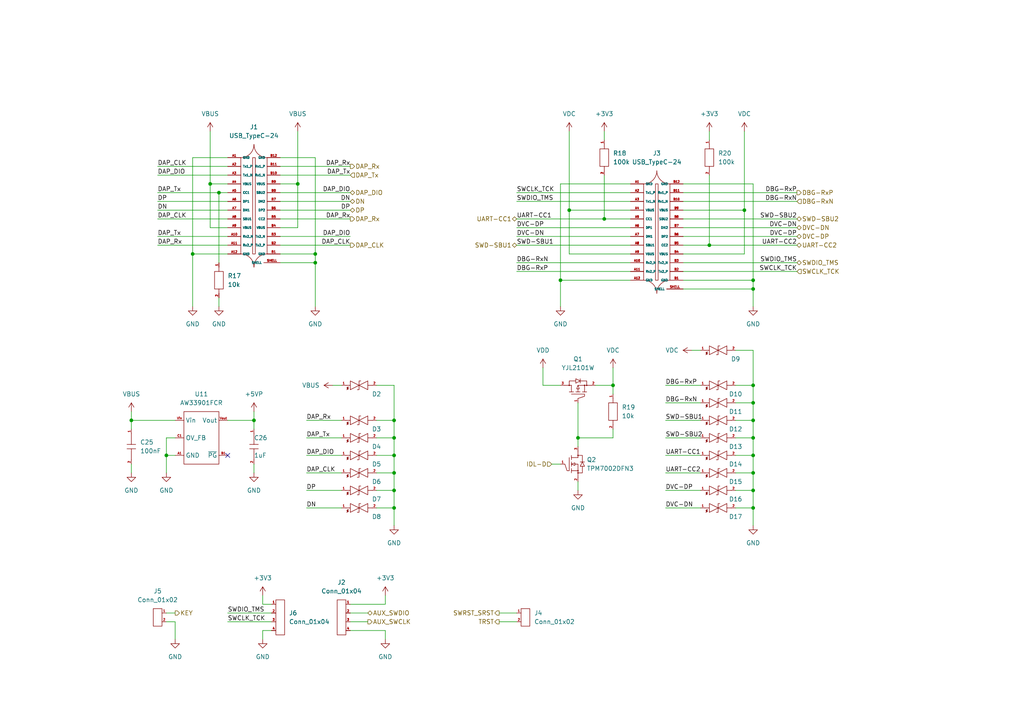
<source format=kicad_sch>
(kicad_sch (version 20211123) (generator eeschema)
  (paper "A4")
  (lib_symbols
    (symbol "001_Basic_PassiveComponents:001_Resistor" (pin_names (offset 1.016))
      (property "Reference" "R" (at -4.445 -2.54 0))
      (property "Value" "001_Resistor" (at 0 2.54 0))
      (symbol "001_Resistor_0_1"
        (rectangle (start -2.54 1.27) (end 2.54 -1.27))
        (polyline (pts (xy -3.81 0) (xy -2.54 0)))
        (polyline (pts (xy 2.54 0) (xy 3.81 0)))
      )
      (symbol "001_Resistor_1_1"
        (pin passive line (at -5.08 0 0) (length 1.27) (name "~") (number "1"))
        (pin passive line (at 5.08 0 180) (length 1.27) (name "~") (number "2"))
      )
    )
    (symbol "001_Basic_PassiveComponents:101_Capacitor" (pin_names (offset 1.016))
      (property "Reference" "C" (at -4.445 -2.54 0))
      (property "Value" "101_Capacitor" (at 0 2.54 0))
      (symbol "101_Capacitor_0_1"
        (polyline (pts (xy -3.81 0) (xy -0.635 0)))
        (polyline (pts (xy -0.635 1.27) (xy -0.635 -1.27)))
        (polyline (pts (xy 0.635 0) (xy 3.81 0)))
        (polyline (pts (xy 0.635 1.27) (xy 0.635 -1.27)))
      )
      (symbol "101_Capacitor_1_1"
        (pin passive line (at -5.08 0 0) (length 1.27) (name "~") (number "1"))
        (pin passive line (at 5.08 0 180) (length 1.27) (name "~") (number "2"))
      )
    )
    (symbol "002_Basic_SingleSemiconductor:007_Diode_ESD_Bi" (pin_names (offset 1.016) hide)
      (property "Reference" "D" (at -4.445 -2.54 0))
      (property "Value" "007_Diode_ESD_Bi" (at 0 2.54 0))
      (symbol "007_Diode_ESD_Bi_0_1"
        (polyline (pts (xy -3.81 0) (xy -2.54 0)))
        (polyline (pts (xy 2.54 0) (xy 3.81 0)))
        (polyline (pts (xy -2.54 -1.27) (xy 0 0) (xy -2.54 1.27) (xy -2.54 -1.27)))
        (polyline (pts (xy 0.508 1.27) (xy 0 1.27) (xy 0 -1.27) (xy -0.508 -1.27)))
        (polyline (pts (xy 2.54 1.27) (xy 0 0) (xy 2.54 -1.27) (xy 2.54 1.27)))
        (polyline (pts (xy -3.302 -0.508) (xy -3.048 -0.508) (xy -3.302 -0.762) (xy -3.048 -1.016) (xy -3.556 -1.27) (xy -3.302 -1.016) (xy -3.556 -0.762) (xy -3.302 -0.508)) (fill (type outline)))
      )
      (symbol "007_Diode_ESD_Bi_1_1"
        (pin passive line (at -5.08 0 0) (length 1.27) (name "Cathode") (number "1"))
        (pin passive line (at 5.08 0 180) (length 1.27) (name "Anode") (number "2"))
      )
    )
    (symbol "002_Basic_SingleSemiconductor:201_MOSFET_N-ch" (pin_names (offset 1.016) hide)
      (property "Reference" "Q" (at 3.175 -1.27 0))
      (property "Value" "201_MOSFET_N-ch" (at 11.43 1.27 0))
      (symbol "201_MOSFET_N-ch_0_1"
        (circle (center 0 -2.54) (radius 0.127) (fill (type outline)))
        (circle (center 0 -1.905) (radius 0.127) (fill (type outline)))
        (polyline (pts (xy -1.905 -1.905) (xy 0 -1.905)))
        (polyline (pts (xy -1.905 -1.27) (xy -1.905 -2.54)))
        (polyline (pts (xy -1.905 0.635) (xy -1.905 -0.635)))
        (polyline (pts (xy -1.905 1.905) (xy 0 1.905)))
        (polyline (pts (xy -1.905 2.54) (xy -1.905 1.27)))
        (polyline (pts (xy 0 -1.905) (xy 0 -3.81)))
        (polyline (pts (xy 0 3.81) (xy 0 1.905)))
        (polyline (pts (xy 0.635 0.635) (xy 1.905 0.635)))
        (polyline (pts (xy -0.889 0) (xy 0 0) (xy 0 -1.905)))
        (polyline (pts (xy 0 -2.54) (xy 1.27 -2.54) (xy 1.27 -0.635)))
        (polyline (pts (xy 0 2.54) (xy 1.27 2.54) (xy 1.27 0.635)))
        (polyline (pts (xy -2.54 1.905) (xy -2.54 -1.905) (xy -3.175 -1.905) (xy -3.81 0)))
        (polyline (pts (xy -1.905 0) (xy -0.889 0.381) (xy -0.889 -0.381) (xy -1.905 0)))
        (polyline (pts (xy 1.27 0.635) (xy 0.635 -0.635) (xy 1.905 -0.635) (xy 1.27 0.635)))
        (circle (center 0 2.54) (radius 0.127) (fill (type outline)))
      )
      (symbol "201_MOSFET_N-ch_1_1"
        (pin passive line (at -5.08 0 0) (length 1.27) (name "Gate") (number "1"))
        (pin passive line (at 0 -5.08 90) (length 1.27) (name "Source") (number "2"))
        (pin passive line (at 0 5.08 270) (length 1.27) (name "Drain") (number "3"))
      )
    )
    (symbol "002_Basic_SingleSemiconductor:202_MOSFET_P-ch" (pin_names (offset 1.016) hide)
      (property "Reference" "Q" (at 3.175 -1.27 0))
      (property "Value" "202_MOSFET_P-ch" (at 11.43 1.27 0))
      (symbol "202_MOSFET_P-ch_0_1"
        (circle (center 0 -2.54) (radius 0.127) (fill (type outline)))
        (circle (center 0 -1.905) (radius 0.127) (fill (type outline)))
        (polyline (pts (xy -1.905 -1.905) (xy 0 -1.905)))
        (polyline (pts (xy -1.905 -1.27) (xy -1.905 -2.54)))
        (polyline (pts (xy -1.905 0) (xy -1.016 0)))
        (polyline (pts (xy -1.905 0.635) (xy -1.905 -0.635)))
        (polyline (pts (xy -1.905 1.905) (xy 0 1.905)))
        (polyline (pts (xy -1.905 2.54) (xy -1.905 1.27)))
        (polyline (pts (xy 0 -1.905) (xy 0 -3.81)))
        (polyline (pts (xy 0 0) (xy 0 -1.905)))
        (polyline (pts (xy 0 3.81) (xy 0 1.905)))
        (polyline (pts (xy 0.635 -0.635) (xy 1.905 -0.635)))
        (polyline (pts (xy 0 -2.54) (xy 1.27 -2.54) (xy 1.27 -0.635)))
        (polyline (pts (xy 0 2.54) (xy 1.27 2.54) (xy 1.27 0.635)))
        (polyline (pts (xy -2.54 1.905) (xy -2.54 -1.905) (xy -3.175 -1.905) (xy -3.81 0)))
        (polyline (pts (xy 0 0) (xy -1.016 0.381) (xy -1.016 -0.381) (xy 0 0)))
        (polyline (pts (xy 0.635 0.635) (xy 1.905 0.635) (xy 1.27 -0.635) (xy 0.635 0.635)))
        (circle (center 0 2.54) (radius 0.127) (fill (type outline)))
      )
      (symbol "202_MOSFET_P-ch_1_1"
        (pin passive line (at -5.08 0 0) (length 1.27) (name "Gate") (number "1"))
        (pin passive line (at 0 -5.08 90) (length 1.27) (name "Source") (number "2"))
        (pin passive line (at 0 5.08 270) (length 1.27) (name "Drain") (number "3"))
      )
    )
    (symbol "110_IntegratedCircuit_Interface:AW33901FCR"
      (property "Reference" "U" (at -2.54 -10.16 0))
      (property "Value" "AW33901FCR" (at 0 10.16 0))
      (symbol "AW33901FCR_0_1"
        (rectangle (start -5.08 7.62) (end 5.08 -7.62))
      )
      (symbol "AW33901FCR_1_1"
        (pin power_in line (at -7.62 -5.08 0) (length 2.54) (name "GND") (number "A1"))
        (pin open_collector line (at 7.62 -5.08 180) (length 2.54) (name "~{PG}") (number "B1"))
        (pin input line (at -7.62 0 0) (length 2.54) (name "OV_FB") (number "C1"))
        (pin power_in line (at -7.62 5.08 0) (length 2.54) (name "Vin") (number "Vin"))
        (pin power_out line (at 7.62 5.08 180) (length 2.54) (name "Vout") (number "Vout"))
      )
    )
    (symbol "302_Link_W2B-Connector:Conn_01x02"
      (property "Reference" "J" (at 0 -5.08 0))
      (property "Value" "Conn_01x02" (at 0 2.54 0))
      (symbol "Conn_01x02_0_0"
        (pin passive line (at -2.54 0 0) (length 1.27) (name "") (number "1"))
        (pin passive line (at -2.54 -2.54 0) (length 1.27) (name "") (number "2"))
      )
      (symbol "Conn_01x02_0_1"
        (rectangle (start -1.27 1.27) (end 1.27 -3.81) (stroke (width 0.1524)))
      )
    )
    (symbol "302_Link_W2B-Connector:Conn_01x04"
      (property "Reference" "J" (at 0 -7.62 0))
      (property "Value" "Conn_01x04" (at 0 5.08 0))
      (symbol "Conn_01x04_0_0"
        (pin passive line (at -2.54 2.54 0) (length 1.27) (name "") (number "1"))
        (pin passive line (at -2.54 0 0) (length 1.27) (name "") (number "2"))
        (pin passive line (at -2.54 -2.54 0) (length 1.27) (name "") (number "3"))
        (pin passive line (at -2.54 -5.08 0) (length 1.27) (name "") (number "4"))
      )
      (symbol "Conn_01x04_0_1"
        (rectangle (start -1.27 3.81) (end 1.27 -6.35) (stroke (width 0.1524)))
      )
    )
    (symbol "306_Link_USB-Connector:USB_TypeC-24"
      (property "Reference" "J" (at -2.54 -20.32 0))
      (property "Value" "USB_TypeC-24" (at 0 17.78 0))
      (symbol "USB_TypeC-24_0_1"
        (arc (start -3.81 12.7) (mid 2.6941 10.0059) (end 0 16.51))
        (rectangle (start -0.381 12.7) (end 0.381 -15.24))
        (arc (start 0 -19.05) (mid 2.6941 -12.5459) (end -3.81 -15.24))
        (polyline (pts (xy -3.81 12.7) (xy -3.81 -15.24)))
        (polyline (pts (xy 3.81 -15.24) (xy 3.81 12.7)))
        (arc (start 0 16.51) (mid -2.6941 10.0059) (end 3.81 12.7))
        (arc (start 3.81 -15.24) (mid -2.6941 -12.5459) (end 0 -19.05))
      )
      (symbol "USB_TypeC-24_1_1"
        (pin power_out line (at -7.62 12.7 0) (length 3.81) (name "GND") (number "A1"))
        (pin output line (at -7.62 -10.16 0) (length 3.81) (name "Rx2_N") (number "A10"))
        (pin output line (at -7.62 -12.7 0) (length 3.81) (name "Rx2_P") (number "A11"))
        (pin power_out line (at -7.62 -15.24 0) (length 3.81) (name "GND") (number "A12"))
        (pin input line (at -7.62 10.16 0) (length 3.81) (name "Tx1_P") (number "A2"))
        (pin input line (at -7.62 7.62 0) (length 3.81) (name "Tx1_N") (number "A3"))
        (pin power_out line (at -7.62 5.08 0) (length 3.81) (name "VBUS") (number "A4"))
        (pin passive line (at -7.62 2.54 0) (length 3.81) (name "CC1") (number "A5"))
        (pin bidirectional line (at -7.62 0 0) (length 3.81) (name "DP1") (number "A6"))
        (pin bidirectional line (at -7.62 -2.54 0) (length 3.81) (name "DM1") (number "A7"))
        (pin passive line (at -7.62 -5.08 0) (length 3.81) (name "SBU1") (number "A8"))
        (pin power_out line (at -7.62 -7.62 0) (length 3.81) (name "VBUS") (number "A9"))
        (pin power_out line (at 7.62 -15.24 180) (length 3.81) (name "GND") (number "B1"))
        (pin output line (at 7.62 7.62 180) (length 3.81) (name "Rx1_N") (number "B10"))
        (pin output line (at 7.62 10.16 180) (length 3.81) (name "Rx1_P") (number "B11"))
        (pin power_out line (at 7.62 12.7 180) (length 3.81) (name "GND") (number "B12"))
        (pin input line (at 7.62 -12.7 180) (length 3.81) (name "Tx2_P") (number "B2"))
        (pin input line (at 7.62 -10.16 180) (length 3.81) (name "Tx2_N") (number "B3"))
        (pin power_out line (at 7.62 -7.62 180) (length 3.81) (name "VBUS") (number "B4"))
        (pin passive line (at 7.62 -5.08 180) (length 3.81) (name "CC2") (number "B5"))
        (pin bidirectional line (at 7.62 -2.54 180) (length 3.81) (name "DP2") (number "B6"))
        (pin bidirectional line (at 7.62 0 180) (length 3.81) (name "DM2") (number "B7"))
        (pin passive line (at 7.62 2.54 180) (length 3.81) (name "SBU2") (number "B8"))
        (pin power_out line (at 7.62 5.08 180) (length 3.81) (name "VBUS") (number "B9"))
        (pin passive line (at 7.62 -17.78 180) (length 4.775) (name "SHELL") (number "SHELL"))
      )
    )
    (symbol "PowerPort:+3V3" (power) (pin_names (offset 0))
      (property "Value" "+3V3" (at 0 3.556 0))
      (symbol "+3V3_0_1"
        (polyline (pts (xy -0.762 1.27) (xy 0 2.54)))
        (polyline (pts (xy 0 0) (xy 0 2.54)))
        (polyline (pts (xy 0 2.54) (xy 0.762 1.27)))
      )
      (symbol "+3V3_1_1"
        (pin power_in line (at 0 0 90) (length 0) hide (name "+3V3") (number "1"))
      )
    )
    (symbol "PowerPort:+5VP" (power) (pin_names (offset 0))
      (property "Value" "+5VP" (at 0 3.556 0))
      (symbol "+5VP_0_1"
        (polyline (pts (xy -0.762 1.27) (xy 0 2.54)))
        (polyline (pts (xy 0 0) (xy 0 2.54)))
        (polyline (pts (xy 0 2.54) (xy 0.762 1.27)))
      )
      (symbol "+5VP_1_1"
        (pin power_in line (at 0 0 90) (length 0) hide (name "+5VP") (number "1"))
      )
    )
    (symbol "PowerPort:GND" (power) (pin_names (offset 0))
      (property "Value" "GND" (at 0 -3.81 0))
      (symbol "GND_0_1"
        (polyline (pts (xy 0 0) (xy 0 -1.27) (xy 1.27 -1.27) (xy 0 -2.54) (xy -1.27 -1.27) (xy 0 -1.27)))
      )
      (symbol "GND_1_1"
        (pin power_in line (at 0 0 270) (length 0) hide (name "GND") (number "1"))
      )
    )
    (symbol "PowerPort:VBUS" (power) (pin_names (offset 0))
      (property "Value" "VBUS" (at 0 3.81 0))
      (symbol "VBUS_0_1"
        (polyline (pts (xy -0.762 1.27) (xy 0 2.54)))
        (polyline (pts (xy 0 0) (xy 0 2.54)))
        (polyline (pts (xy 0 2.54) (xy 0.762 1.27)))
      )
      (symbol "VBUS_1_1"
        (pin power_in line (at 0 0 90) (length 0) hide (name "VBUS") (number "1"))
      )
    )
    (symbol "PowerPort:VDC" (power) (pin_names (offset 0))
      (property "Value" "VDC" (at 0 6.35 0))
      (symbol "VDC_0_1"
        (polyline (pts (xy -0.762 1.27) (xy 0 2.54)))
        (polyline (pts (xy 0 0) (xy 0 2.54)))
        (polyline (pts (xy 0 2.54) (xy 0.762 1.27)))
      )
      (symbol "VDC_1_1"
        (pin power_in line (at 0 0 90) (length 0) hide (name "VDC") (number "1"))
      )
    )
    (symbol "PowerPort:VDD" (power) (pin_names (offset 0))
      (property "Value" "VDD" (at 0 3.81 0))
      (symbol "VDD_0_1"
        (polyline (pts (xy -0.762 1.27) (xy 0 2.54)))
        (polyline (pts (xy 0 0) (xy 0 2.54)))
        (polyline (pts (xy 0 2.54) (xy 0.762 1.27)))
      )
      (symbol "VDD_1_1"
        (pin power_in line (at 0 0 90) (length 0) hide (name "VDD") (number "1"))
      )
    )
    (symbol "USB_TypeC-24_1"
      (property "Reference" "J" (at -2.54 -20.32 0))
      (property "Value" "USB_TypeC-24_1" (at 0 17.78 0))
      (symbol "USB_TypeC-24_1_0_1"
        (arc (start -3.81 12.7) (mid 2.6941 10.0059) (end 0 16.51))
        (rectangle (start -0.381 12.7) (end 0.381 -15.24))
        (arc (start 0 -19.05) (mid 2.6941 -12.5459) (end -3.81 -15.24))
        (polyline (pts (xy -3.81 12.7) (xy -3.81 -15.24)))
        (polyline (pts (xy 3.81 -15.24) (xy 3.81 12.7)))
        (arc (start 0 16.51) (mid -2.6941 10.0059) (end 3.81 12.7))
        (arc (start 3.81 -15.24) (mid -2.6941 -12.5459) (end 0 -19.05))
      )
      (symbol "USB_TypeC-24_1_1_1"
        (pin power_out line (at -7.62 12.7 0) (length 3.81) (name "GND") (number "A1"))
        (pin output line (at -7.62 -10.16 0) (length 3.81) (name "Rx2_N") (number "A10"))
        (pin output line (at -7.62 -12.7 0) (length 3.81) (name "Rx2_P") (number "A11"))
        (pin power_out line (at -7.62 -15.24 0) (length 3.81) (name "GND") (number "A12"))
        (pin input line (at -7.62 10.16 0) (length 3.81) (name "Tx1_P") (number "A2"))
        (pin input line (at -7.62 7.62 0) (length 3.81) (name "Tx1_N") (number "A3"))
        (pin power_out line (at -7.62 5.08 0) (length 3.81) (name "VBUS") (number "A4"))
        (pin passive line (at -7.62 2.54 0) (length 3.81) (name "CC1") (number "A5"))
        (pin bidirectional line (at -7.62 0 0) (length 3.81) (name "DP1") (number "A6"))
        (pin bidirectional line (at -7.62 -2.54 0) (length 3.81) (name "DM1") (number "A7"))
        (pin passive line (at -7.62 -5.08 0) (length 3.81) (name "SBU1") (number "A8"))
        (pin power_out line (at -7.62 -7.62 0) (length 3.81) (name "VBUS") (number "A9"))
        (pin power_out line (at 7.62 -15.24 180) (length 3.81) (name "GND") (number "B1"))
        (pin output line (at 7.62 7.62 180) (length 3.81) (name "Rx1_N") (number "B10"))
        (pin output line (at 7.62 10.16 180) (length 3.81) (name "Rx1_P") (number "B11"))
        (pin power_out line (at 7.62 12.7 180) (length 3.81) (name "GND") (number "B12"))
        (pin input line (at 7.62 -12.7 180) (length 3.81) (name "Tx2_P") (number "B2"))
        (pin input line (at 7.62 -10.16 180) (length 3.81) (name "Tx2_N") (number "B3"))
        (pin power_out line (at 7.62 -7.62 180) (length 3.81) (name "VBUS") (number "B4"))
        (pin passive line (at 7.62 -5.08 180) (length 3.81) (name "CC2") (number "B5"))
        (pin bidirectional line (at 7.62 -2.54 180) (length 3.81) (name "DP2") (number "B6"))
        (pin bidirectional line (at 7.62 0 180) (length 3.81) (name "DM2") (number "B7"))
        (pin passive line (at 7.62 2.54 180) (length 3.81) (name "SBU2") (number "B8"))
        (pin power_out line (at 7.62 5.08 180) (length 3.81) (name "VBUS") (number "B9"))
        (pin passive line (at 7.62 -17.78 180) (length 4.775) (name "SHELL") (number "SHELL"))
      )
    )
  )
  (junction (at 215.9 60.96))
  (junction (at 114.3 147.32))
  (junction (at 114.3 142.24))
  (junction (at 177.8 111.76))
  (junction (at 218.44 111.76))
  (junction (at 218.44 147.32))
  (junction (at 218.44 81.28))
  (junction (at 167.64 127))
  (junction (at 114.3 121.92))
  (junction (at 48.26 132.08))
  (junction (at 60.96 53.34))
  (junction (at 218.44 132.08))
  (junction (at 218.44 142.24))
  (junction (at 63.5 55.88))
  (junction (at 218.44 83.82))
  (junction (at 205.74 71.12))
  (junction (at 218.44 121.92))
  (junction (at 91.44 73.66))
  (junction (at 114.3 132.08))
  (junction (at 162.56 81.28))
  (junction (at 86.36 53.34))
  (junction (at 114.3 137.16))
  (junction (at 218.44 137.16))
  (junction (at 38.1 121.92))
  (junction (at 165.1 60.96))
  (junction (at 91.44 76.2))
  (junction (at 218.44 116.84))
  (junction (at 55.88 73.66))
  (junction (at 218.44 127))
  (junction (at 114.3 127))
  (junction (at 175.26 63.5))
  (junction (at 73.66 121.92))
  (no_connect (at 66.04 132.08))
  (wire (pts (xy 50.8 185.42) (xy 50.8 180.34)))
  (wire (pts (xy 149.86 55.88) (xy 182.88 55.88)))
  (wire (pts (xy 109.22 147.32) (xy 114.3 147.32)))
  (wire (pts (xy 38.1 134.62) (xy 38.1 137.16)))
  (wire (pts (xy 213.36 111.76) (xy 218.44 111.76)))
  (wire (pts (xy 48.26 127) (xy 48.26 132.08)))
  (wire (pts (xy 55.88 45.72) (xy 66.04 45.72)))
  (wire (pts (xy 218.44 88.9) (xy 218.44 83.82)))
  (wire (pts (xy 48.26 137.16) (xy 48.26 132.08)))
  (wire (pts (xy 101.6 175.26) (xy 111.76 175.26)))
  (wire (pts (xy 218.44 127) (xy 218.44 132.08)))
  (wire (pts (xy 81.28 53.34) (xy 86.36 53.34)))
  (wire (pts (xy 213.36 127) (xy 218.44 127)))
  (wire (pts (xy 198.12 83.82) (xy 218.44 83.82)))
  (wire (pts (xy 48.26 177.8) (xy 50.8 177.8)))
  (wire (pts (xy 213.36 132.08) (xy 218.44 132.08)))
  (wire (pts (xy 63.5 86.36) (xy 63.5 88.9)))
  (wire (pts (xy 111.76 185.42) (xy 111.76 182.88)))
  (wire (pts (xy 200.66 101.6) (xy 203.2 101.6)))
  (wire (pts (xy 165.1 73.66) (xy 182.88 73.66)))
  (wire (pts (xy 66.04 121.92) (xy 73.66 121.92)))
  (wire (pts (xy 63.5 76.2) (xy 63.5 55.88)))
  (wire (pts (xy 165.1 60.96) (xy 165.1 73.66)))
  (wire (pts (xy 114.3 147.32) (xy 114.3 152.4)))
  (wire (pts (xy 218.44 53.34) (xy 198.12 53.34)))
  (wire (pts (xy 149.86 71.12) (xy 182.88 71.12)))
  (wire (pts (xy 45.72 58.42) (xy 66.04 58.42)))
  (wire (pts (xy 101.6 177.8) (xy 106.68 177.8)))
  (wire (pts (xy 48.26 132.08) (xy 50.8 132.08)))
  (wire (pts (xy 91.44 76.2) (xy 91.44 88.9)))
  (wire (pts (xy 162.56 81.28) (xy 182.88 81.28)))
  (wire (pts (xy 177.8 124.46) (xy 177.8 127)))
  (wire (pts (xy 149.86 78.74) (xy 182.88 78.74)))
  (wire (pts (xy 193.04 137.16) (xy 203.2 137.16)))
  (wire (pts (xy 218.44 101.6) (xy 218.44 111.76)))
  (wire (pts (xy 66.04 177.8) (xy 78.74 177.8)))
  (wire (pts (xy 81.28 63.5) (xy 101.6 63.5)))
  (wire (pts (xy 86.36 38.1) (xy 86.36 53.34)))
  (wire (pts (xy 205.74 38.1) (xy 205.74 40.64)))
  (wire (pts (xy 149.86 76.2) (xy 182.88 76.2)))
  (wire (pts (xy 218.44 147.32) (xy 218.44 152.4)))
  (wire (pts (xy 45.72 71.12) (xy 66.04 71.12)))
  (wire (pts (xy 91.44 45.72) (xy 81.28 45.72)))
  (wire (pts (xy 91.44 76.2) (xy 91.44 73.66)))
  (wire (pts (xy 101.6 180.34) (xy 106.68 180.34)))
  (wire (pts (xy 167.64 116.84) (xy 167.64 127)))
  (wire (pts (xy 45.72 48.26) (xy 66.04 48.26)))
  (wire (pts (xy 175.26 63.5) (xy 182.88 63.5)))
  (wire (pts (xy 109.22 121.92) (xy 114.3 121.92)))
  (wire (pts (xy 175.26 50.8) (xy 175.26 63.5)))
  (wire (pts (xy 73.66 121.92) (xy 73.66 119.38)))
  (wire (pts (xy 193.04 111.76) (xy 203.2 111.76)))
  (wire (pts (xy 78.74 182.88) (xy 76.2 182.88)))
  (wire (pts (xy 218.44 121.92) (xy 218.44 127)))
  (wire (pts (xy 88.9 147.32) (xy 99.06 147.32)))
  (wire (pts (xy 198.12 81.28) (xy 218.44 81.28)))
  (wire (pts (xy 218.44 111.76) (xy 218.44 116.84)))
  (wire (pts (xy 198.12 66.04) (xy 231.14 66.04)))
  (wire (pts (xy 215.9 73.66) (xy 198.12 73.66)))
  (wire (pts (xy 213.36 116.84) (xy 218.44 116.84)))
  (wire (pts (xy 193.04 116.84) (xy 203.2 116.84)))
  (wire (pts (xy 88.9 121.92) (xy 99.06 121.92)))
  (wire (pts (xy 60.96 66.04) (xy 66.04 66.04)))
  (wire (pts (xy 177.8 106.68) (xy 177.8 111.76)))
  (wire (pts (xy 157.48 106.68) (xy 157.48 111.76)))
  (wire (pts (xy 73.66 124.46) (xy 73.66 121.92)))
  (wire (pts (xy 45.72 50.8) (xy 66.04 50.8)))
  (wire (pts (xy 86.36 66.04) (xy 86.36 53.34)))
  (wire (pts (xy 218.44 116.84) (xy 218.44 121.92)))
  (wire (pts (xy 218.44 83.82) (xy 218.44 81.28)))
  (wire (pts (xy 149.86 63.5) (xy 175.26 63.5)))
  (wire (pts (xy 60.96 38.1) (xy 60.96 53.34)))
  (wire (pts (xy 96.52 111.76) (xy 99.06 111.76)))
  (wire (pts (xy 76.2 175.26) (xy 78.74 175.26)))
  (wire (pts (xy 175.26 38.1) (xy 175.26 40.64)))
  (wire (pts (xy 213.36 142.24) (xy 218.44 142.24)))
  (wire (pts (xy 114.3 142.24) (xy 114.3 147.32)))
  (wire (pts (xy 198.12 60.96) (xy 215.9 60.96)))
  (wire (pts (xy 88.9 127) (xy 99.06 127)))
  (wire (pts (xy 114.3 132.08) (xy 114.3 137.16)))
  (wire (pts (xy 205.74 71.12) (xy 231.14 71.12)))
  (wire (pts (xy 160.02 134.62) (xy 162.56 134.62)))
  (wire (pts (xy 149.86 68.58) (xy 182.88 68.58)))
  (wire (pts (xy 193.04 147.32) (xy 203.2 147.32)))
  (wire (pts (xy 215.9 38.1) (xy 215.9 60.96)))
  (wire (pts (xy 198.12 55.88) (xy 231.14 55.88)))
  (wire (pts (xy 88.9 132.08) (xy 99.06 132.08)))
  (wire (pts (xy 205.74 50.8) (xy 205.74 71.12)))
  (wire (pts (xy 55.88 73.66) (xy 55.88 45.72)))
  (wire (pts (xy 109.22 137.16) (xy 114.3 137.16)))
  (wire (pts (xy 193.04 127) (xy 203.2 127)))
  (wire (pts (xy 81.28 71.12) (xy 101.6 71.12)))
  (wire (pts (xy 38.1 121.92) (xy 38.1 124.46)))
  (wire (pts (xy 76.2 172.72) (xy 76.2 175.26)))
  (wire (pts (xy 162.56 88.9) (xy 162.56 81.28)))
  (wire (pts (xy 81.28 73.66) (xy 91.44 73.66)))
  (wire (pts (xy 114.3 137.16) (xy 114.3 142.24)))
  (wire (pts (xy 144.78 180.34) (xy 149.86 180.34)))
  (wire (pts (xy 114.3 121.92) (xy 114.3 127)))
  (wire (pts (xy 55.88 73.66) (xy 66.04 73.66)))
  (wire (pts (xy 213.36 121.92) (xy 218.44 121.92)))
  (wire (pts (xy 198.12 71.12) (xy 205.74 71.12)))
  (wire (pts (xy 81.28 66.04) (xy 86.36 66.04)))
  (wire (pts (xy 76.2 182.88) (xy 76.2 185.42)))
  (wire (pts (xy 193.04 132.08) (xy 203.2 132.08)))
  (wire (pts (xy 73.66 134.62) (xy 73.66 137.16)))
  (wire (pts (xy 45.72 60.96) (xy 66.04 60.96)))
  (wire (pts (xy 66.04 180.34) (xy 78.74 180.34)))
  (wire (pts (xy 45.72 63.5) (xy 66.04 63.5)))
  (wire (pts (xy 88.9 137.16) (xy 99.06 137.16)))
  (wire (pts (xy 50.8 180.34) (xy 48.26 180.34)))
  (wire (pts (xy 162.56 81.28) (xy 162.56 53.34)))
  (wire (pts (xy 109.22 142.24) (xy 114.3 142.24)))
  (wire (pts (xy 81.28 50.8) (xy 101.6 50.8)))
  (wire (pts (xy 81.28 60.96) (xy 101.6 60.96)))
  (wire (pts (xy 218.44 81.28) (xy 218.44 53.34)))
  (wire (pts (xy 198.12 68.58) (xy 231.14 68.58)))
  (wire (pts (xy 177.8 111.76) (xy 177.8 114.3)))
  (wire (pts (xy 60.96 53.34) (xy 60.96 66.04)))
  (wire (pts (xy 45.72 68.58) (xy 66.04 68.58)))
  (wire (pts (xy 55.88 88.9) (xy 55.88 73.66)))
  (wire (pts (xy 111.76 175.26) (xy 111.76 172.72)))
  (wire (pts (xy 81.28 68.58) (xy 101.6 68.58)))
  (wire (pts (xy 157.48 111.76) (xy 162.56 111.76)))
  (wire (pts (xy 193.04 121.92) (xy 203.2 121.92)))
  (wire (pts (xy 198.12 58.42) (xy 231.14 58.42)))
  (wire (pts (xy 167.64 139.7) (xy 167.64 142.24)))
  (wire (pts (xy 109.22 127) (xy 114.3 127)))
  (wire (pts (xy 81.28 48.26) (xy 101.6 48.26)))
  (wire (pts (xy 45.72 55.88) (xy 63.5 55.88)))
  (wire (pts (xy 149.86 58.42) (xy 182.88 58.42)))
  (wire (pts (xy 198.12 63.5) (xy 231.14 63.5)))
  (wire (pts (xy 215.9 60.96) (xy 215.9 73.66)))
  (wire (pts (xy 50.8 127) (xy 48.26 127)))
  (wire (pts (xy 213.36 137.16) (xy 218.44 137.16)))
  (wire (pts (xy 63.5 55.88) (xy 66.04 55.88)))
  (wire (pts (xy 149.86 66.04) (xy 182.88 66.04)))
  (wire (pts (xy 177.8 127) (xy 167.64 127)))
  (wire (pts (xy 213.36 101.6) (xy 218.44 101.6)))
  (wire (pts (xy 213.36 147.32) (xy 218.44 147.32)))
  (wire (pts (xy 81.28 58.42) (xy 101.6 58.42)))
  (wire (pts (xy 177.8 111.76) (xy 172.72 111.76)))
  (wire (pts (xy 218.44 142.24) (xy 218.44 147.32)))
  (wire (pts (xy 109.22 111.76) (xy 114.3 111.76)))
  (wire (pts (xy 167.64 127) (xy 167.64 129.54)))
  (wire (pts (xy 114.3 111.76) (xy 114.3 121.92)))
  (wire (pts (xy 198.12 76.2) (xy 231.14 76.2)))
  (wire (pts (xy 81.28 76.2) (xy 91.44 76.2)))
  (wire (pts (xy 88.9 142.24) (xy 99.06 142.24)))
  (wire (pts (xy 144.78 177.8) (xy 149.86 177.8)))
  (wire (pts (xy 114.3 127) (xy 114.3 132.08)))
  (wire (pts (xy 198.12 78.74) (xy 231.14 78.74)))
  (wire (pts (xy 193.04 142.24) (xy 203.2 142.24)))
  (wire (pts (xy 162.56 53.34) (xy 182.88 53.34)))
  (wire (pts (xy 218.44 137.16) (xy 218.44 142.24)))
  (wire (pts (xy 165.1 38.1) (xy 165.1 60.96)))
  (wire (pts (xy 81.28 55.88) (xy 101.6 55.88)))
  (wire (pts (xy 218.44 132.08) (xy 218.44 137.16)))
  (wire (pts (xy 165.1 60.96) (xy 182.88 60.96)))
  (wire (pts (xy 38.1 119.38) (xy 38.1 121.92)))
  (wire (pts (xy 60.96 53.34) (xy 66.04 53.34)))
  (wire (pts (xy 111.76 182.88) (xy 101.6 182.88)))
  (wire (pts (xy 38.1 121.92) (xy 50.8 121.92)))
  (wire (pts (xy 91.44 73.66) (xy 91.44 45.72)))
  (wire (pts (xy 109.22 132.08) (xy 114.3 132.08)))
  (label "DBG-RxP" (at 193.04 111.76 0))
  (label "DVC-DP" (at 231.14 68.58 180))
  (label "DP" (at 45.72 58.42 0))
  (label "DAP_Rx" (at 101.6 48.26 180))
  (label "DAP_CLK" (at 45.72 63.5 0))
  (label "DBG-RxN" (at 231.14 58.42 180))
  (label "DVC-DN" (at 149.86 68.58 0))
  (label "UART-CC2" (at 231.14 71.12 180))
  (label "SWCLK_TCK" (at 66.04 180.34 0))
  (label "DP" (at 101.6 60.96 180))
  (label "DAP_Tx" (at 88.9 127 0))
  (label "UART-CC1" (at 193.04 132.08 0))
  (label "DAP_DIO" (at 101.6 55.88 180))
  (label "SWDIO_TMS" (at 66.04 177.8 0))
  (label "SWCLK_TCK" (at 149.86 55.88 0))
  (label "DBG-RxN" (at 149.86 76.2 0))
  (label "DAP_DIO" (at 45.72 50.8 0))
  (label "DN" (at 88.9 147.32 0))
  (label "DVC-DN" (at 231.14 66.04 180))
  (label "SWD-SBU1" (at 149.86 71.12 0))
  (label "DP" (at 88.9 142.24 0))
  (label "DN" (at 101.6 58.42 180))
  (label "SWD-SBU2" (at 193.04 127 0))
  (label "DAP_CLK" (at 45.72 48.26 0))
  (label "DAP_Rx" (at 88.9 121.92 0))
  (label "DAP_Tx" (at 101.6 50.8 180))
  (label "DAP_DIO" (at 88.9 132.08 0))
  (label "DN" (at 45.72 60.96 0))
  (label "DAP_CLK" (at 88.9 137.16 0))
  (label "SWDIO_TMS" (at 231.14 76.2 180))
  (label "UART-CC1" (at 149.86 63.5 0))
  (label "DVC-DP" (at 149.86 66.04 0))
  (label "DBG-RxP" (at 231.14 55.88 180))
  (label "DAP_Rx" (at 101.6 63.5 180))
  (label "DBG-RxN" (at 193.04 116.84 0))
  (label "DAP_Tx" (at 45.72 68.58 0))
  (label "DAP_Rx" (at 45.72 71.12 0))
  (label "SWD-SBU2" (at 231.14 63.5 180))
  (label "UART-CC2" (at 193.04 137.16 0))
  (label "DAP_DIO" (at 101.6 68.58 180))
  (label "SWCLK_TCK" (at 231.14 78.74 180))
  (label "SWD-SBU1" (at 193.04 121.92 0))
  (label "DAP_Tx" (at 45.72 55.88 0))
  (label "SWDIO_TMS" (at 149.86 58.42 0))
  (label "DVC-DN" (at 193.04 147.32 0))
  (label "DAP_CLK" (at 101.6 71.12 180))
  (label "DBG-RxP" (at 149.86 78.74 0))
  (label "DVC-DP" (at 193.04 142.24 0))
  (hierarchical_label "DVC-DN" (shape bidirectional) (at 231.14 66.04 0))
  (hierarchical_label "DAP_CLK" (shape output) (at 101.6 71.12 0))
  (hierarchical_label "SWCLK_TCK" (shape input) (at 231.14 78.74 0))
  (hierarchical_label "DN" (shape bidirectional) (at 101.6 58.42 0))
  (hierarchical_label "UART-CC2" (shape bidirectional) (at 231.14 71.12 0))
  (hierarchical_label "DAP_DIO" (shape bidirectional) (at 101.6 55.88 0))
  (hierarchical_label "IDL-D" (shape input) (at 160.02 134.62 180))
  (hierarchical_label "AUX_SWCLK" (shape output) (at 106.68 180.34 0))
  (hierarchical_label "AUX_SWDIO" (shape bidirectional) (at 106.68 177.8 0))
  (hierarchical_label "UART-CC1" (shape bidirectional) (at 149.86 63.5 180))
  (hierarchical_label "SWRST_SRST" (shape output) (at 144.78 177.8 180))
  (hierarchical_label "DAP_Rx" (shape output) (at 101.6 63.5 0))
  (hierarchical_label "DAP_Rx" (shape output) (at 101.6 48.26 0))
  (hierarchical_label "KEY" (shape output) (at 50.8 177.8 0))
  (hierarchical_label "DBG-RxN" (shape input) (at 231.14 58.42 0))
  (hierarchical_label "DP" (shape bidirectional) (at 101.6 60.96 0))
  (hierarchical_label "DAP_Tx" (shape input) (at 101.6 50.8 0))
  (hierarchical_label "SWD-SBU2" (shape bidirectional) (at 231.14 63.5 0))
  (hierarchical_label "SWDIO_TMS" (shape bidirectional) (at 231.14 76.2 0))
  (hierarchical_label "DBG-RxP" (shape output) (at 231.14 55.88 0))
  (hierarchical_label "TRST" (shape output) (at 144.78 180.34 180))
  (hierarchical_label "SWD-SBU1" (shape bidirectional) (at 149.86 71.12 180))
  (hierarchical_label "DVC-DP" (shape bidirectional) (at 231.14 68.58 0))
  (symbol (lib_id "001_Basic_PassiveComponents:001_Resistor") (at 175.26 45.72 270) (unit 1)
    (property "Reference" "R18" (at 177.8 44.4499 90) (effects (justify left)))
    (property "Value" "100k" (at 177.8 46.9899 90) (effects (justify left)))
    (property "Footprint" "001_GN_RCL_SMD:R0402(1005M)" (effects hide))
    (property "Symbol type" "Alternate Source" (effects hide))
  )
  (symbol (lib_id "PowerPort:GND") (at 218.44 152.4 0) (mirror y) (unit 1)
    (property "Reference" "#PWR094" (effects hide))
    (property "Value" "GND" (at 218.44 157.48 0))
  )
  (symbol (lib_id "302_Link_W2B-Connector:Conn_01x02") (at 45.72 177.8 0) (mirror y) (unit 1)
    (property "Reference" "J5" (at 45.72 171.45 0))
    (property "Value" "Conn_01x02" (at 45.72 173.99 0))
    (property "Footprint" "251_CONN_PIN_HEADER_THD:VM-01x02_1mm" (effects hide))
  )
  (symbol (lib_id "302_Link_W2B-Connector:Conn_01x02") (at 152.4 177.8 0) (unit 1)
    (property "Reference" "J4" (at 154.94 177.7999 0) (effects (justify left)))
    (property "Value" "Conn_01x02" (at 154.94 180.3399 0) (effects (justify left)))
    (property "Footprint" "251_CONN_PIN_HEADER_THD:VM-01x02_1mm" (effects hide))
  )
  (symbol (lib_id "PowerPort:VBUS") (at 38.1 119.38 0) (unit 1)
    (property "Reference" "#PWR070" (effects hide))
    (property "Value" "VBUS" (at 38.1 114.3 0))
  )
  (symbol (lib_id "002_Basic_SingleSemiconductor:007_Diode_ESD_Bi") (at 208.28 132.08 0) (unit 1)
    (property "Reference" "D14" (at 213.36 134.62 0))
    (property "Value" "LESD11LL5.0CT5G" (effects hide))
    (property "Footprint" "002_GN_TWO-PIN_PLASTIC_SMD:DFN-2_0603" (effects hide))
    (property "Symbol type" "Alternate Source" (effects hide))
  )
  (symbol (lib_id "002_Basic_SingleSemiconductor:007_Diode_ESD_Bi") (at 208.28 137.16 0) (unit 1)
    (property "Reference" "D15" (at 213.36 139.7 0))
    (property "Value" "LESD11LL5.0CT5G" (effects hide))
    (property "Footprint" "002_GN_TWO-PIN_PLASTIC_SMD:DFN-2_0603" (effects hide))
    (property "Symbol type" "Alternate Source" (effects hide))
  )
  (symbol (lib_id "PowerPort:VDC") (at 200.66 101.6 90) (unit 1)
    (property "Reference" "#PWR0102" (effects hide))
    (property "Value" "VDC" (at 196.85 101.5999 90) (effects (justify left)))
  )
  (symbol (lib_id "002_Basic_SingleSemiconductor:007_Diode_ESD_Bi") (at 104.14 137.16 0) (unit 1)
    (property "Reference" "D6" (at 109.22 139.7 0))
    (property "Value" "LESD11LL5.0CT5G" (effects hide))
    (property "Footprint" "002_GN_TWO-PIN_PLASTIC_SMD:DFN-2_0603" (effects hide))
    (property "Symbol type" "Alternate Source" (effects hide))
  )
  (symbol (lib_id "001_Basic_PassiveComponents:001_Resistor") (at 205.74 45.72 270) (unit 1)
    (property "Reference" "R20" (at 208.28 44.4499 90) (effects (justify left)))
    (property "Value" "100k" (at 208.28 46.9899 90) (effects (justify left)))
    (property "Footprint" "001_GN_RCL_SMD:R0402(1005M)" (effects hide))
    (property "Symbol type" "Alternate Source" (effects hide))
  )
  (symbol (lib_id "002_Basic_SingleSemiconductor:007_Diode_ESD_Bi") (at 208.28 147.32 0) (unit 1)
    (property "Reference" "D17" (at 213.36 149.86 0))
    (property "Value" "LESD11LL5.0CT5G" (effects hide))
    (property "Footprint" "002_GN_TWO-PIN_PLASTIC_SMD:DFN-2_0603" (effects hide))
    (property "Symbol type" "Alternate Source" (effects hide))
  )
  (symbol (lib_id "001_Basic_PassiveComponents:001_Resistor") (at 177.8 119.38 270) (unit 1)
    (property "Reference" "R19" (at 180.34 118.1099 90) (effects (justify left)))
    (property "Value" "10k" (at 180.34 120.6499 90) (effects (justify left)))
    (property "Footprint" "001_GN_RCL_SMD:R0201(0603M)" (effects hide))
    (property "Symbol type" "Alternate Source" (effects hide))
  )
  (symbol (lib_id "302_Link_W2B-Connector:Conn_01x04") (at 81.28 177.8 0) (unit 1)
    (property "Reference" "J6" (at 83.82 177.7999 0) (effects (justify left)))
    (property "Value" "Conn_01x04" (at 83.82 180.3399 0) (effects (justify left)))
    (property "Footprint" "251_CONN_PIN_HEADER_THD:VM-01x04_1mm" (effects hide))
  )
  (symbol (lib_id "PowerPort:VDD") (at 157.48 106.68 0) (unit 1)
    (property "Reference" "#PWR084" (effects hide))
    (property "Value" "VDD" (at 157.48 101.6 0))
  )
  (symbol (lib_id "PowerPort:GND") (at 91.44 88.9 0) (mirror y) (unit 1)
    (property "Reference" "#PWR081" (effects hide))
    (property "Value" "GND" (at 91.44 93.98 0))
  )
  (symbol (lib_id "PowerPort:GND") (at 162.56 88.9 0) (mirror y) (unit 1)
    (property "Reference" "#PWR085" (effects hide))
    (property "Value" "GND" (at 162.56 93.98 0))
  )
  (symbol (lib_id "302_Link_W2B-Connector:Conn_01x04") (at 99.06 177.8 0) (mirror y) (unit 1)
    (property "Reference" "J2" (at 99.06 168.91 0))
    (property "Value" "Conn_01x04" (at 99.06 171.45 0))
    (property "Footprint" "251_CONN_PIN_HEADER_THD:VM-01x04_1mm" (effects hide))
  )
  (symbol (lib_id "PowerPort:GND") (at 38.1 137.16 0) (mirror y) (unit 1)
    (property "Reference" "#PWR071" (effects hide))
    (property "Value" "GND" (at 38.1 142.24 0))
  )
  (symbol (lib_name "USB_TypeC-24_1") (lib_id "306_Link_USB-Connector:USB_TypeC-24") (at 73.66 58.42 0) (unit 1)
    (property "Reference" "J1" (at 73.66 36.83 0))
    (property "Value" "USB_TypeC-24" (at 73.66 39.37 0))
    (property "Footprint" "206_CONN_USB:SCF-24_7925SST" (effects hide))
    (property "Symbol type" "Alternative Device" (effects hide))
  )
  (symbol (lib_id "PowerPort:+3V3") (at 111.76 172.72 0) (unit 1)
    (property "Reference" "#PWR079" (effects hide))
    (property "Value" "+3V3" (at 111.76 167.64 0))
  )
  (symbol (lib_id "PowerPort:GND") (at 50.8 185.42 0) (mirror y) (unit 1)
    (property "Reference" "#PWR082" (effects hide))
    (property "Value" "GND" (at 50.8 190.5 0))
  )
  (symbol (lib_id "PowerPort:VBUS") (at 60.96 38.1 0) (unit 1)
    (property "Reference" "#PWR074" (effects hide))
    (property "Value" "VBUS" (at 60.96 33.02 0))
  )
  (symbol (lib_id "PowerPort:GND") (at 114.3 152.4 0) (mirror y) (unit 1)
    (property "Reference" "#PWR083" (effects hide))
    (property "Value" "GND" (at 114.3 157.48 0))
  )
  (symbol (lib_id "002_Basic_SingleSemiconductor:007_Diode_ESD_Bi") (at 104.14 111.76 0) (unit 1)
    (property "Reference" "D2" (at 109.22 114.3 0))
    (property "Value" "LESD11LL5.0CT5G" (effects hide))
    (property "Footprint" "002_GN_TWO-PIN_PLASTIC_SMD:DFN-2_0603" (effects hide))
    (property "Symbol type" "Alternate Source" (effects hide))
  )
  (symbol (lib_id "PowerPort:GND") (at 76.2 185.42 0) (mirror y) (unit 1)
    (property "Reference" "#PWR095" (effects hide))
    (property "Value" "GND" (at 76.2 190.5 0))
  )
  (symbol (lib_id "002_Basic_SingleSemiconductor:007_Diode_ESD_Bi") (at 208.28 121.92 0) (unit 1)
    (property "Reference" "D12" (at 213.36 124.46 0))
    (property "Value" "LESD11LL5.0CT5G" (effects hide))
    (property "Footprint" "002_GN_TWO-PIN_PLASTIC_SMD:DFN-2_0603" (effects hide))
    (property "Symbol type" "Alternate Source" (effects hide))
  )
  (symbol (lib_id "PowerPort:GND") (at 63.5 88.9 0) (mirror y) (unit 1)
    (property "Reference" "#PWR075" (effects hide))
    (property "Value" "GND" (at 63.5 93.98 0))
  )
  (symbol (lib_id "PowerPort:+5VP") (at 73.66 119.38 0) (unit 1)
    (property "Reference" "#PWR076" (effects hide))
    (property "Value" "+5VP" (at 73.66 114.3 0))
  )
  (symbol (lib_id "001_Basic_PassiveComponents:101_Capacitor") (at 38.1 129.54 270) (unit 1)
    (property "Reference" "C25" (at 40.64 128.2699 90) (effects (justify left)))
    (property "Value" "100nF" (at 40.64 130.8099 90) (effects (justify left)))
    (property "Footprint" "001_GN_RCL_SMD:C0201(0603M)" (effects hide))
    (property "Symbol type" "Alternate Source" (effects hide))
  )
  (symbol (lib_id "306_Link_USB-Connector:USB_TypeC-24") (at 190.5 66.04 0) (unit 1)
    (property "Reference" "J3" (at 190.5 44.45 0))
    (property "Value" "USB_TypeC-24" (at 190.5 46.99 0))
    (property "Footprint" "206_CONN_USB:SCM-24_L1402SST" (effects hide))
    (property "Symbol type" "Alternative Device" (effects hide))
  )
  (symbol (lib_id "002_Basic_SingleSemiconductor:202_MOSFET_P-ch") (at 167.64 111.76 90) (unit 1)
    (property "Reference" "Q1" (at 167.64 104.14 90))
    (property "Value" "YJL2101W" (at 167.64 106.68 90))
    (property "Footprint" "003_GN_SMALL-SEMI_SMD:SOT-323" (effects hide))
    (property "Symbol type" "Alternate Source" (effects hide))
  )
  (symbol (lib_id "002_Basic_SingleSemiconductor:007_Diode_ESD_Bi") (at 104.14 132.08 0) (unit 1)
    (property "Reference" "D5" (at 109.22 134.62 0))
    (property "Value" "LESD11LL5.0CT5G" (effects hide))
    (property "Footprint" "002_GN_TWO-PIN_PLASTIC_SMD:DFN-2_0603" (effects hide))
    (property "Symbol type" "Alternate Source" (effects hide))
  )
  (symbol (lib_id "PowerPort:+3V3") (at 175.26 38.1 0) (unit 1)
    (property "Reference" "#PWR088" (effects hide))
    (property "Value" "+3V3" (at 175.26 33.02 0))
  )
  (symbol (lib_id "002_Basic_SingleSemiconductor:007_Diode_ESD_Bi") (at 208.28 116.84 0) (unit 1)
    (property "Reference" "D11" (at 213.36 119.38 0))
    (property "Value" "LESD11LL5.0CT5G" (effects hide))
    (property "Footprint" "002_GN_TWO-PIN_PLASTIC_SMD:DFN-2_0603" (effects hide))
    (property "Symbol type" "Alternate Source" (effects hide))
  )
  (symbol (lib_id "PowerPort:VDC") (at 215.9 38.1 0) (unit 1)
    (property "Reference" "#PWR092" (effects hide))
    (property "Value" "VDC" (at 215.9 33.02 0))
  )
  (symbol (lib_id "PowerPort:GND") (at 55.88 88.9 0) (mirror y) (unit 1)
    (property "Reference" "#PWR073" (effects hide))
    (property "Value" "GND" (at 55.88 93.98 0))
  )
  (symbol (lib_id "002_Basic_SingleSemiconductor:007_Diode_ESD_Bi") (at 208.28 111.76 0) (unit 1)
    (property "Reference" "D10" (at 213.36 114.3 0))
    (property "Value" "LESD11LL5.0CT5G" (effects hide))
    (property "Footprint" "002_GN_TWO-PIN_PLASTIC_SMD:DFN-2_0603" (effects hide))
    (property "Symbol type" "Alternate Source" (effects hide))
  )
  (symbol (lib_id "002_Basic_SingleSemiconductor:007_Diode_ESD_Bi") (at 208.28 101.6 0) (unit 1)
    (property "Reference" "D9" (at 213.36 104.14 0))
    (property "Value" "LESD11LL5.0CT5G" (effects hide))
    (property "Footprint" "002_GN_TWO-PIN_PLASTIC_SMD:DFN-2_0603" (effects hide))
    (property "Symbol type" "Alternate Source" (effects hide))
  )
  (symbol (lib_id "002_Basic_SingleSemiconductor:007_Diode_ESD_Bi") (at 104.14 121.92 0) (unit 1)
    (property "Reference" "D3" (at 109.22 124.46 0))
    (property "Value" "LESD11LL5.0CT5G" (effects hide))
    (property "Footprint" "002_GN_TWO-PIN_PLASTIC_SMD:DFN-2_0603" (effects hide))
    (property "Symbol type" "Alternate Source" (effects hide))
  )
  (symbol (lib_id "001_Basic_PassiveComponents:101_Capacitor") (at 73.66 129.54 270) (unit 1)
    (property "Reference" "C26" (at 73.66 127 90) (effects (justify left)))
    (property "Value" "1uF" (at 73.66 132.08 90) (effects (justify left)))
    (property "Footprint" "001_GN_RCL_SMD:C0402(1005M)" (effects hide))
    (property "Symbol type" "Alternate Source" (effects hide))
  )
  (symbol (lib_id "002_Basic_SingleSemiconductor:007_Diode_ESD_Bi") (at 104.14 147.32 0) (unit 1)
    (property "Reference" "D8" (at 109.22 149.86 0))
    (property "Value" "LESD11LL5.0CT5G" (effects hide))
    (property "Footprint" "002_GN_TWO-PIN_PLASTIC_SMD:DFN-2_0603" (effects hide))
    (property "Symbol type" "Alternate Source" (effects hide))
  )
  (symbol (lib_id "PowerPort:VBUS") (at 86.36 38.1 0) (unit 1)
    (property "Reference" "#PWR078" (effects hide))
    (property "Value" "VBUS" (at 86.36 33.02 0))
  )
  (symbol (lib_id "110_IntegratedCircuit_Interface:AW33901FCR") (at 58.42 127 0) (unit 1)
    (property "Reference" "U11" (at 58.42 114.3 0))
    (property "Value" "AW33901FCR" (at 58.42 116.84 0))
    (property "Footprint" "104_SP_SMALL_SMD:LGA-9_1212_LSW" (effects hide))
    (property "Symbol type" "Specified Device" (effects hide))
  )
  (symbol (lib_id "002_Basic_SingleSemiconductor:007_Diode_ESD_Bi") (at 104.14 142.24 0) (unit 1)
    (property "Reference" "D7" (at 109.22 144.78 0))
    (property "Value" "LESD11LL5.0CT5G" (effects hide))
    (property "Footprint" "002_GN_TWO-PIN_PLASTIC_SMD:DFN-2_0603" (effects hide))
    (property "Symbol type" "Alternate Source" (effects hide))
  )
  (symbol (lib_id "PowerPort:+3V3") (at 205.74 38.1 0) (unit 1)
    (property "Reference" "#PWR091" (effects hide))
    (property "Value" "+3V3" (at 205.74 33.02 0))
  )
  (symbol (lib_id "002_Basic_SingleSemiconductor:007_Diode_ESD_Bi") (at 208.28 127 0) (unit 1)
    (property "Reference" "D13" (at 213.36 129.54 0))
    (property "Value" "LESD11LL5.0CT5G" (effects hide))
    (property "Footprint" "002_GN_TWO-PIN_PLASTIC_SMD:DFN-2_0603" (effects hide))
    (property "Symbol type" "Alternate Source" (effects hide))
  )
  (symbol (lib_id "002_Basic_SingleSemiconductor:201_MOSFET_N-ch") (at 167.64 134.62 0) (unit 1)
    (property "Reference" "Q2" (at 170.18 133.3499 0) (effects (justify left)))
    (property "Value" "TPM7002DFN3" (at 170.18 135.8899 0) (effects (justify left)))
    (property "Footprint" "003_GN_SMALL-SEMI_SMD:DFN-3_1006" (effects hide))
    (property "Symbol type" "Alternate Source" (effects hide))
  )
  (symbol (lib_id "PowerPort:+3V3") (at 76.2 172.72 0) (unit 1)
    (property "Reference" "#PWR090" (effects hide))
    (property "Value" "+3V3" (at 76.2 167.64 0))
  )
  (symbol (lib_id "PowerPort:GND") (at 73.66 137.16 0) (mirror y) (unit 1)
    (property "Reference" "#PWR077" (effects hide))
    (property "Value" "GND" (at 73.66 142.24 0))
  )
  (symbol (lib_id "PowerPort:VDC") (at 177.8 106.68 0) (unit 1)
    (property "Reference" "#PWR089" (effects hide))
    (property "Value" "VDC" (at 177.8 101.6 0))
  )
  (symbol (lib_id "PowerPort:VBUS") (at 96.52 111.76 90) (unit 1)
    (property "Reference" "#PWR0101" (effects hide))
    (property "Value" "VBUS" (at 92.71 111.7599 90) (effects (justify left)))
  )
  (symbol (lib_id "002_Basic_SingleSemiconductor:007_Diode_ESD_Bi") (at 208.28 142.24 0) (unit 1)
    (property "Reference" "D16" (at 213.36 144.78 0))
    (property "Value" "LESD11LL5.0CT5G" (effects hide))
    (property "Footprint" "002_GN_TWO-PIN_PLASTIC_SMD:DFN-2_0603" (effects hide))
    (property "Symbol type" "Alternate Source" (effects hide))
  )
  (symbol (lib_id "PowerPort:GND") (at 111.76 185.42 0) (mirror y) (unit 1)
    (property "Reference" "#PWR080" (effects hide))
    (property "Value" "GND" (at 111.76 190.5 0))
  )
  (symbol (lib_id "PowerPort:VDC") (at 165.1 38.1 0) (unit 1)
    (property "Reference" "#PWR086" (effects hide))
    (property "Value" "VDC" (at 165.1 33.02 0))
  )
  (symbol (lib_id "PowerPort:GND") (at 167.64 142.24 0) (mirror y) (unit 1)
    (property "Reference" "#PWR087" (effects hide))
    (property "Value" "GND" (at 167.64 147.32 0))
  )
  (symbol (lib_id "002_Basic_SingleSemiconductor:007_Diode_ESD_Bi") (at 104.14 127 0) (unit 1)
    (property "Reference" "D4" (at 109.22 129.54 0))
    (property "Value" "LESD11LL5.0CT5G" (effects hide))
    (property "Footprint" "002_GN_TWO-PIN_PLASTIC_SMD:DFN-2_0603" (effects hide))
    (property "Symbol type" "Alternate Source" (effects hide))
  )
  (symbol (lib_id "001_Basic_PassiveComponents:001_Resistor") (at 63.5 81.28 270) (unit 1)
    (property "Reference" "R17" (at 66.04 80.0099 90) (effects (justify left)))
    (property "Value" "10k" (at 66.04 82.5499 90) (effects (justify left)))
    (property "Footprint" "001_GN_RCL_SMD:R0201(0603M)" (effects hide))
    (property "Symbol type" "Alternate Source" (effects hide))
  )
  (symbol (lib_id "PowerPort:GND") (at 218.44 88.9 0) (mirror y) (unit 1)
    (property "Reference" "#PWR093" (effects hide))
    (property "Value" "GND" (at 218.44 93.98 0))
  )
  (symbol (lib_id "PowerPort:GND") (at 48.26 137.16 0) (mirror y) (unit 1)
    (property "Reference" "#PWR072" (effects hide))
    (property "Value" "GND" (at 48.26 142.24 0))
  )
)
</source>
